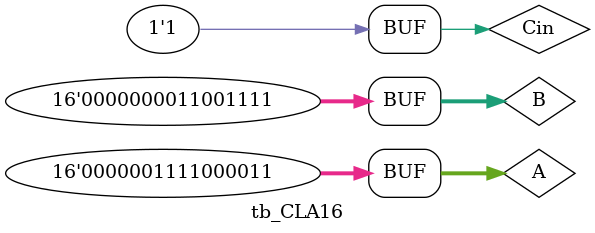
<source format=v>
`timescale 1ns / 1ps


module tb_CLA16;

	// Inputs
	reg [15:0] A;
	reg [15:0] B;
	reg Cin;

	// Outputs
	wire [15:0] sum;
	wire Cout;

	// Instantiate the Unit Under Test (UUT)
	CLA16 uut (
		.A(A), 
		.B(B), 
		.Cin(Cin), 
		.sum(sum),
		.Cout(Cout)
	);

	initial begin
		A = 16'b1111111100000000;
		B = 16'b0000000011111111;
		Cin = 1'b0;
		#50;
		A = 16'b1111111100000000;
		B = 16'b0000000011111111;
		Cin = 1'b1;
		#50;
		A = 16'b0000001111000011;
		B = 16'b0000000011001111;
		Cin = 1'b1;
		#50;
	end
endmodule


</source>
